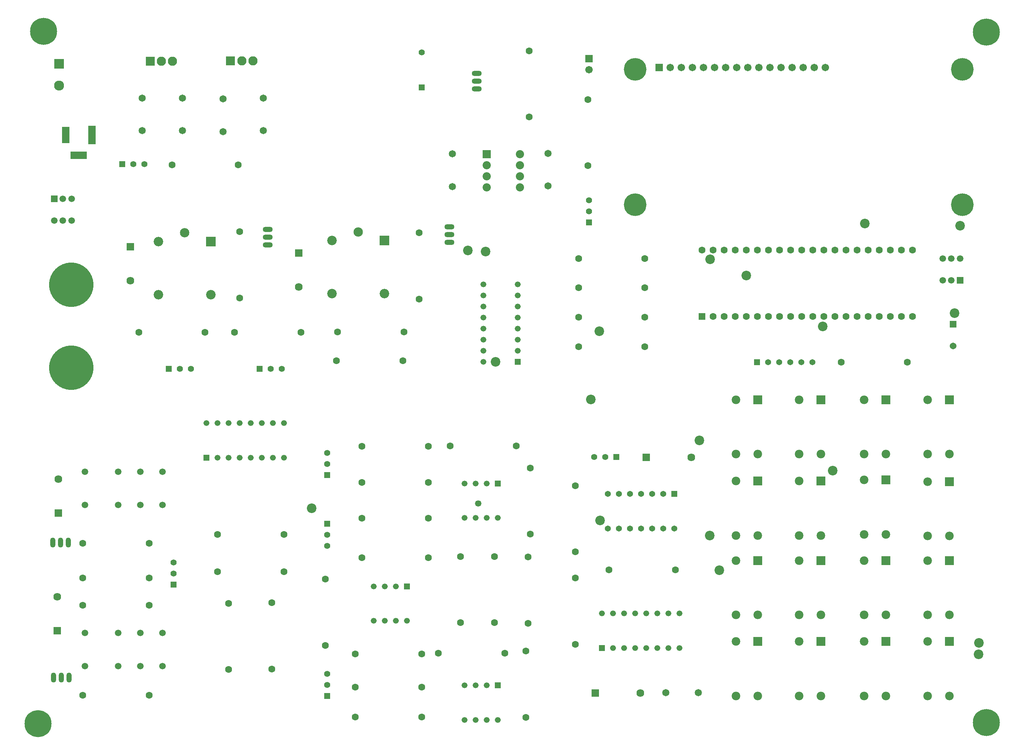
<source format=gts>
G04*
G04 #@! TF.GenerationSoftware,Altium Limited,Altium Designer,22.1.2 (22)*
G04*
G04 Layer_Color=8388736*
%FSLAX44Y44*%
%MOMM*%
G71*
G04*
G04 #@! TF.SameCoordinates,67A4DC0A-CBAE-4364-A3B2-3E50B1EA6F99*
G04*
G04*
G04 #@! TF.FilePolarity,Negative*
G04*
G01*
G75*
%ADD19C,1.5080*%
%ADD20R,1.5080X1.5080*%
%ADD21C,1.3300*%
%ADD22R,1.3300X1.3300*%
%ADD23R,1.7080X1.7080*%
%ADD24C,10.2064*%
%ADD25C,1.3628*%
%ADD26R,1.3628X1.3628*%
%ADD27R,3.7000X1.7000*%
%ADD28R,1.7000X3.7000*%
%ADD29R,1.7000X4.2000*%
%ADD30C,5.2000*%
%ADD31C,1.7080*%
%ADD32R,1.7080X1.7080*%
%ADD33C,1.6080*%
%ADD34O,1.2400X2.2800*%
%ADD35C,1.5000*%
%ADD36R,1.4180X1.4180*%
%ADD37C,1.4180*%
%ADD38R,1.4000X1.4000*%
%ADD39C,1.4000*%
%ADD40O,2.2800X1.2400*%
%ADD41R,1.4180X1.4180*%
%ADD42R,1.7900X1.7900*%
%ADD43C,1.7900*%
%ADD44C,1.6500*%
%ADD45C,1.3700*%
%ADD46R,1.3700X1.3700*%
%ADD47R,1.7900X1.7900*%
%ADD48C,2.1800*%
%ADD49C,2.1350*%
%ADD50R,2.1800X2.1800*%
%ADD51C,1.5970*%
%ADD52R,1.5970X1.5970*%
%ADD53R,1.3300X1.3300*%
%ADD54R,1.8764X1.8764*%
%ADD55C,1.8764*%
%ADD56C,2.3000*%
%ADD57R,2.3000X2.3000*%
%ADD58C,6.2000*%
%ADD59C,2.1100*%
%ADD60R,2.1100X2.1100*%
%ADD61C,1.9900*%
%ADD62R,1.9900X1.9900*%
%ADD63R,1.5406X1.5406*%
%ADD64C,1.5406*%
%ADD65C,2.2000*%
%ADD66C,1.4700*%
D19*
X95570Y1208170D02*
D03*
X115570D02*
D03*
X135570D02*
D03*
X115570Y1258170D02*
D03*
X135570D02*
D03*
X2172650Y1121010D02*
D03*
X2152650D02*
D03*
X2132650D02*
D03*
X2152650Y1071010D02*
D03*
X2132650D02*
D03*
D20*
X95570Y1258170D02*
D03*
X2172650Y1071010D02*
D03*
D21*
X1036320Y604520D02*
D03*
X1112520Y525120D02*
D03*
X1087120D02*
D03*
X1061720D02*
D03*
X1036320D02*
D03*
X1061720Y604520D02*
D03*
X1087120D02*
D03*
X1351280Y306400D02*
D03*
X1376680D02*
D03*
X1402080D02*
D03*
X1427480D02*
D03*
X1452880D02*
D03*
X1478280D02*
D03*
X1503680D02*
D03*
X1529080D02*
D03*
Y227000D02*
D03*
X1503680D02*
D03*
X1478280D02*
D03*
X1452880D02*
D03*
X1427480D02*
D03*
X1402080D02*
D03*
X1376680D02*
D03*
X878840Y368300D02*
D03*
X853440D02*
D03*
X828040Y288900D02*
D03*
X853440D02*
D03*
X878840D02*
D03*
X904240D02*
D03*
X828040Y368300D02*
D03*
X1087120Y140970D02*
D03*
X1061720D02*
D03*
X1036320Y61570D02*
D03*
X1061720D02*
D03*
X1087120D02*
D03*
X1112520D02*
D03*
X1036320Y140970D02*
D03*
X469900Y663880D02*
D03*
X495300D02*
D03*
X520700D02*
D03*
X546100D02*
D03*
X571500D02*
D03*
X596900D02*
D03*
X622300D02*
D03*
Y743280D02*
D03*
X596900D02*
D03*
X571500D02*
D03*
X546100D02*
D03*
X520700D02*
D03*
X495300D02*
D03*
X469900D02*
D03*
X444500D02*
D03*
X1158900Y909320D02*
D03*
Y934720D02*
D03*
Y960120D02*
D03*
Y985520D02*
D03*
Y1010920D02*
D03*
Y1036320D02*
D03*
Y1061720D02*
D03*
X1079500D02*
D03*
Y1036320D02*
D03*
Y1010920D02*
D03*
Y985520D02*
D03*
Y960120D02*
D03*
Y934720D02*
D03*
Y909320D02*
D03*
Y883920D02*
D03*
D22*
X1112520Y604520D02*
D03*
X1351280Y227000D02*
D03*
X904240Y368300D02*
D03*
X1112520Y140970D02*
D03*
X444500Y663880D02*
D03*
D23*
X1483050Y1559600D02*
D03*
D24*
X134620Y1060450D02*
D03*
Y869950D02*
D03*
D25*
X1833880Y882650D02*
D03*
X1808480D02*
D03*
X1783080D02*
D03*
X1757680D02*
D03*
X1732280D02*
D03*
D26*
X1706880D02*
D03*
D27*
X151920Y1357620D02*
D03*
D28*
X121920Y1404620D02*
D03*
D29*
X181920D02*
D03*
D30*
X2178050Y1244600D02*
D03*
X1428050D02*
D03*
X2178050Y1554600D02*
D03*
X1428050D02*
D03*
D31*
X1864050Y1559600D02*
D03*
X1838650D02*
D03*
X1813250D02*
D03*
X1787850D02*
D03*
X1762450D02*
D03*
X1737050D02*
D03*
X1711650D02*
D03*
X1686250D02*
D03*
X1660850D02*
D03*
X1635450D02*
D03*
X1610050D02*
D03*
X1584650D02*
D03*
X1559250D02*
D03*
X1533850D02*
D03*
X1508450D02*
D03*
X1322070Y1554480D02*
D03*
D32*
Y1579880D02*
D03*
D33*
X161490Y387350D02*
D03*
X313490D02*
D03*
X289760Y951230D02*
D03*
X441760D02*
D03*
X661270D02*
D03*
X509270D02*
D03*
X1177290Y67510D02*
D03*
Y219510D02*
D03*
X1128830Y214630D02*
D03*
X976830D02*
D03*
X938330Y137160D02*
D03*
X786330D02*
D03*
X938330Y68580D02*
D03*
X786330D02*
D03*
X938330Y213360D02*
D03*
X786330D02*
D03*
X953570Y689610D02*
D03*
X801570D02*
D03*
X953570Y607060D02*
D03*
X801570D02*
D03*
X1187450Y488080D02*
D03*
Y640080D02*
D03*
X1155300Y690880D02*
D03*
X1003300D02*
D03*
X1290320Y235150D02*
D03*
Y387150D02*
D03*
Y599240D02*
D03*
Y447240D02*
D03*
X717550Y384610D02*
D03*
Y232610D02*
D03*
X953570Y524510D02*
D03*
X801570D02*
D03*
X953570Y434340D02*
D03*
X801570D02*
D03*
X1182370Y283410D02*
D03*
Y435410D02*
D03*
X1104900Y436680D02*
D03*
Y284680D02*
D03*
X1027430D02*
D03*
Y436680D02*
D03*
X1519990Y406400D02*
D03*
X1367990D02*
D03*
X622217Y487009D02*
D03*
X470218D02*
D03*
X495417Y177330D02*
D03*
Y329329D02*
D03*
X470218Y401919D02*
D03*
X622217D02*
D03*
X594477Y330599D02*
D03*
Y178600D02*
D03*
X1298140Y918210D02*
D03*
X1450140D02*
D03*
X1298140Y985837D02*
D03*
X1450140D02*
D03*
X1298140Y1053465D02*
D03*
X1450140D02*
D03*
X1298140Y1121093D02*
D03*
X1450140D02*
D03*
X520700Y1030370D02*
D03*
Y1182370D02*
D03*
X932180Y1179830D02*
D03*
Y1027830D02*
D03*
X1184910Y1597460D02*
D03*
Y1445460D02*
D03*
X1319530Y1485700D02*
D03*
Y1333700D02*
D03*
X517960Y1336040D02*
D03*
X365960D02*
D03*
X2052120Y882650D02*
D03*
X1900120D02*
D03*
X161490Y467360D02*
D03*
X313490D02*
D03*
Y325120D02*
D03*
X161490D02*
D03*
X895150Y886460D02*
D03*
X743150D02*
D03*
X897690Y952500D02*
D03*
X745690D02*
D03*
X313490Y118110D02*
D03*
X161490D02*
D03*
D34*
X93980Y158750D02*
D03*
X111760D02*
D03*
X129540D02*
D03*
X92710Y468630D02*
D03*
X110490D02*
D03*
X128270D02*
D03*
D35*
X344170Y185420D02*
D03*
X293370D02*
D03*
X242570D02*
D03*
X166370D02*
D03*
Y261620D02*
D03*
X242570D02*
D03*
X293370D02*
D03*
X344170D02*
D03*
Y631190D02*
D03*
X293370D02*
D03*
X242570D02*
D03*
X166370D02*
D03*
Y554990D02*
D03*
X242570D02*
D03*
X293370D02*
D03*
X344170D02*
D03*
D36*
X721360Y116840D02*
D03*
Y623570D02*
D03*
X721260Y511810D02*
D03*
X1322070Y1203960D02*
D03*
X369570Y372110D02*
D03*
D37*
X721360Y142240D02*
D03*
Y167640D02*
D03*
X591820Y867410D02*
D03*
X617220D02*
D03*
X383540D02*
D03*
X408940D02*
D03*
X1358900Y665480D02*
D03*
X1333500D02*
D03*
X721360Y674370D02*
D03*
Y648970D02*
D03*
X721260Y486410D02*
D03*
Y461010D02*
D03*
X276860Y1337310D02*
D03*
X302260D02*
D03*
X1322070Y1229360D02*
D03*
Y1254760D02*
D03*
X369570Y422910D02*
D03*
Y397510D02*
D03*
D38*
X938530Y1513840D02*
D03*
D39*
Y1593840D02*
D03*
D40*
X1064260Y1545590D02*
D03*
Y1527810D02*
D03*
Y1510030D02*
D03*
X585470Y1187450D02*
D03*
Y1169670D02*
D03*
Y1151890D02*
D03*
X1002030Y1193800D02*
D03*
Y1176020D02*
D03*
Y1158240D02*
D03*
D41*
X566420Y867410D02*
D03*
X358140D02*
D03*
X1384300Y665480D02*
D03*
X251460Y1337310D02*
D03*
D42*
X1336310Y123190D02*
D03*
X1453150Y664210D02*
D03*
D43*
X1439910Y123190D02*
D03*
X1556750Y664210D02*
D03*
X270510Y1069665D02*
D03*
X656590Y1055695D02*
D03*
X105410Y614355D02*
D03*
X102870Y344170D02*
D03*
D44*
X1497930Y124460D02*
D03*
X1572930D02*
D03*
X482600Y1412170D02*
D03*
Y1487170D02*
D03*
X1228090Y1287110D02*
D03*
Y1362110D02*
D03*
X1008380Y1360840D02*
D03*
Y1285840D02*
D03*
X297180Y1489109D02*
D03*
Y1414110D02*
D03*
X389890Y1489110D02*
D03*
Y1414110D02*
D03*
X575310Y1489110D02*
D03*
Y1414110D02*
D03*
D45*
X1441450Y580390D02*
D03*
X1492250D02*
D03*
X1466850D02*
D03*
X1416050D02*
D03*
X1390650D02*
D03*
X1365250D02*
D03*
Y500990D02*
D03*
X1390650D02*
D03*
X1416050D02*
D03*
X1441450D02*
D03*
X1466850D02*
D03*
X1492250D02*
D03*
X1517650D02*
D03*
D46*
Y580390D02*
D03*
D47*
X270510Y1147755D02*
D03*
X656590Y1133785D02*
D03*
X105410Y536265D02*
D03*
X102870Y266080D02*
D03*
D48*
X454970Y1037550D02*
D03*
X334970D02*
D03*
Y1159550D02*
D03*
X732790Y1162050D02*
D03*
Y1040050D02*
D03*
X852790D02*
D03*
D49*
X394970Y1179550D02*
D03*
X792790Y1182050D02*
D03*
D50*
X454970Y1159550D02*
D03*
X852790Y1162050D02*
D03*
D51*
X1581150Y1140460D02*
D03*
X1606550D02*
D03*
X1631950D02*
D03*
X1657350D02*
D03*
X2063750Y988060D02*
D03*
X2038350D02*
D03*
X1682750Y1140460D02*
D03*
X1708150D02*
D03*
X1733550D02*
D03*
X1758950D02*
D03*
X2012950Y988060D02*
D03*
X1987550D02*
D03*
X1784350Y1140460D02*
D03*
X1809750D02*
D03*
X1835150D02*
D03*
X1860550D02*
D03*
X1962150Y988060D02*
D03*
X1936750D02*
D03*
X1885950Y1140460D02*
D03*
X1911350D02*
D03*
X1936750D02*
D03*
X1962150D02*
D03*
X1911350Y988060D02*
D03*
X1885950D02*
D03*
X1987550Y1140460D02*
D03*
X2012950D02*
D03*
X1860550Y988060D02*
D03*
X2038350Y1140460D02*
D03*
X2063750D02*
D03*
X1835150Y988060D02*
D03*
X1809750D02*
D03*
X1784350D02*
D03*
X1758950D02*
D03*
X1733550D02*
D03*
X1708150D02*
D03*
X1682750D02*
D03*
X1657350D02*
D03*
X1631950D02*
D03*
X1606550D02*
D03*
D52*
X1581150D02*
D03*
D53*
X1158900Y883920D02*
D03*
D54*
X1087120Y1360170D02*
D03*
D55*
Y1334770D02*
D03*
Y1309370D02*
D03*
Y1283970D02*
D03*
X1163320D02*
D03*
Y1309370D02*
D03*
Y1334770D02*
D03*
Y1360170D02*
D03*
D56*
X106680Y1518050D02*
D03*
D57*
Y1568050D02*
D03*
D58*
X71120Y1642110D02*
D03*
X2232660Y55880D02*
D03*
X58420Y53340D02*
D03*
X2232660Y1640840D02*
D03*
D59*
X367130Y1573530D02*
D03*
X341630D02*
D03*
X551180Y1574800D02*
D03*
X525680D02*
D03*
D60*
X316130Y1573530D02*
D03*
X500180Y1574800D02*
D03*
D61*
X2098440Y116570D02*
D03*
Y241570D02*
D03*
X2148440Y116570D02*
D03*
X1853800Y484870D02*
D03*
X1803800Y609870D02*
D03*
Y484870D02*
D03*
X2002390Y671560D02*
D03*
X1952390Y796560D02*
D03*
Y671560D02*
D03*
X1853800D02*
D03*
X1803800Y796560D02*
D03*
Y671560D02*
D03*
X2002390Y487410D02*
D03*
X1952390Y612410D02*
D03*
Y487410D02*
D03*
X1853800Y302413D02*
D03*
X1803800Y427413D02*
D03*
Y302413D02*
D03*
X2002390D02*
D03*
X1952390Y427413D02*
D03*
Y302413D02*
D03*
X1853800Y116570D02*
D03*
X1803800Y241570D02*
D03*
Y116570D02*
D03*
X1709020Y302413D02*
D03*
X1659020Y427413D02*
D03*
Y302413D02*
D03*
X1709020Y116570D02*
D03*
X1659020Y241570D02*
D03*
Y116570D02*
D03*
X2002390D02*
D03*
X1952390Y241570D02*
D03*
Y116570D02*
D03*
X1709020Y484870D02*
D03*
X1659020Y609870D02*
D03*
Y484870D02*
D03*
X1709020Y671560D02*
D03*
X1659020Y796560D02*
D03*
Y671560D02*
D03*
X2148440Y483600D02*
D03*
X2098440Y608600D02*
D03*
Y483600D02*
D03*
X2148440Y671560D02*
D03*
X2098440Y796560D02*
D03*
Y671560D02*
D03*
X2148440Y302413D02*
D03*
X2098440Y427413D02*
D03*
Y302413D02*
D03*
D62*
X2148440Y241570D02*
D03*
X1853800Y609870D02*
D03*
X2002390Y796560D02*
D03*
X1853800D02*
D03*
X2002390Y612410D02*
D03*
X1853800Y427413D02*
D03*
X2002390D02*
D03*
X1853800Y241570D02*
D03*
X1709020Y427413D02*
D03*
Y241570D02*
D03*
X2002390D02*
D03*
X1709020Y609870D02*
D03*
Y796560D02*
D03*
X2148440Y608600D02*
D03*
Y796560D02*
D03*
Y427413D02*
D03*
D63*
X2156460Y969899D02*
D03*
D64*
Y919861D02*
D03*
D65*
X2216100Y238760D02*
D03*
X2214830Y211836D02*
D03*
X2172970Y1196340D02*
D03*
X1954276Y1201166D02*
D03*
X1326361Y797279D02*
D03*
X1085088Y1136650D02*
D03*
X1574850Y703072D02*
D03*
X1598980Y484870D02*
D03*
X1620520Y404876D02*
D03*
X1107440Y883920D02*
D03*
X1599692Y1119378D02*
D03*
X1345692Y954278D02*
D03*
X1044019Y1139669D02*
D03*
X1857502Y965200D02*
D03*
X1880362Y633730D02*
D03*
X2160524Y995172D02*
D03*
X686308Y547116D02*
D03*
X1346962Y519938D02*
D03*
X1682750Y1081786D02*
D03*
D66*
X1068070Y558800D02*
D03*
M02*

</source>
